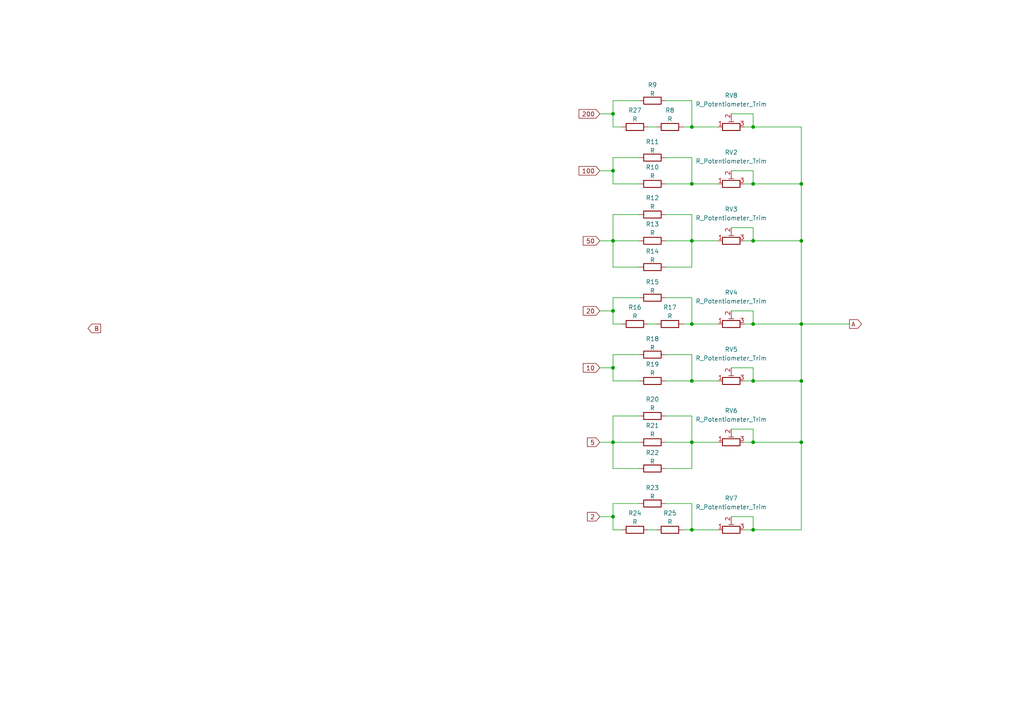
<source format=kicad_sch>
(kicad_sch (version 20231120) (generator "eeschema") (generator_version "8.0")
  (paper "A4")
  (title_block (title "Preamplifier gain"))
  (lib_symbols
    (symbol "Device:R" (pin_numbers hide) (pin_names (offset 0))
      (property "Reference" "R" (at 2.032 0 90))
      (property "Value" "R" (at 0 0 90))
      (symbol "R_0_1"
        (rectangle (start -1.016 -2.54) (end 1.016 2.54) (stroke (width 0.254)))
      )
      (symbol "R_1_1"
        (pin passive line (at 0 3.81 270) (length 1.27) (name "~") (number "1"))
        (pin passive line (at 0 -3.81 90) (length 1.27) (name "~") (number "2"))
      )
    )
    (symbol "Device:R_Potentiometer_Trim" (pin_names (offset 1.016) hide)
      (property "Reference" "RV" (at -4.445 0 90))
      (property "Value" "R_Potentiometer_Trim" (at -2.54 0 90))
      (symbol "R_Potentiometer_Trim_0_1"
        (polyline (pts (xy 1.524 0.762) (xy 1.524 -0.762)))
        (polyline (pts (xy 2.54 0) (xy 1.524 0)))
        (rectangle (start 1.016 2.54) (end -1.016 -2.54) (stroke (width 0.254)))
      )
      (symbol "R_Potentiometer_Trim_1_1"
        (pin passive line (at 0 3.81 270) (length 1.27) (name "1") (number "1"))
        (pin passive line (at 3.81 0 180) (length 1.27) (name "2") (number "2"))
        (pin passive line (at 0 -3.81 90) (length 1.27) (name "3") (number "3"))
      )
    )
  )
  (junction (at 232.41 110.49))
  (junction (at 177.8 106.68))
  (junction (at 232.41 53.34))
  (junction (at 177.8 49.53))
  (junction (at 232.41 128.27))
  (junction (at 177.8 128.27))
  (junction (at 232.41 69.85))
  (junction (at 218.44 153.67))
  (junction (at 177.8 149.86))
  (junction (at 218.44 128.27))
  (junction (at 177.8 90.17))
  (junction (at 218.44 69.85))
  (junction (at 200.66 36.83))
  (junction (at 218.44 53.34))
  (junction (at 200.66 110.49))
  (junction (at 200.66 93.98))
  (junction (at 177.8 33.02))
  (junction (at 177.8 69.85))
  (junction (at 200.66 69.85))
  (junction (at 218.44 93.98))
  (junction (at 200.66 128.27))
  (junction (at 232.41 93.98))
  (junction (at 200.66 153.67))
  (junction (at 218.44 110.49))
  (junction (at 200.66 53.34))
  (junction (at 218.44 36.83))
  (wire (pts (xy 177.8 102.87) (xy 177.8 106.68)))
  (wire (pts (xy 218.44 69.85) (xy 232.41 69.85)))
  (wire (pts (xy 200.66 120.65) (xy 200.66 128.27)))
  (wire (pts (xy 200.66 153.67) (xy 200.66 146.05)))
  (wire (pts (xy 193.04 120.65) (xy 200.66 120.65)))
  (wire (pts (xy 200.66 77.47) (xy 193.04 77.47)))
  (wire (pts (xy 218.44 49.53) (xy 218.44 53.34)))
  (wire (pts (xy 177.8 110.49) (xy 185.42 110.49)))
  (wire (pts (xy 173.99 49.53) (xy 177.8 49.53)))
  (wire (pts (xy 200.66 93.98) (xy 208.28 93.98)))
  (wire (pts (xy 200.66 36.83) (xy 200.66 29.21)))
  (wire (pts (xy 173.99 90.17) (xy 177.8 90.17)))
  (wire (pts (xy 185.42 102.87) (xy 177.8 102.87)))
  (wire (pts (xy 200.66 53.34) (xy 208.28 53.34)))
  (wire (pts (xy 185.42 120.65) (xy 177.8 120.65)))
  (wire (pts (xy 173.99 128.27) (xy 177.8 128.27)))
  (wire (pts (xy 177.8 90.17) (xy 177.8 93.98)))
  (wire (pts (xy 177.8 77.47) (xy 185.42 77.47)))
  (wire (pts (xy 185.42 45.72) (xy 177.8 45.72)))
  (wire (pts (xy 232.41 36.83) (xy 232.41 53.34)))
  (wire (pts (xy 177.8 93.98) (xy 180.34 93.98)))
  (wire (pts (xy 200.66 102.87) (xy 200.66 110.49)))
  (wire (pts (xy 218.44 33.02) (xy 218.44 36.83)))
  (wire (pts (xy 177.8 62.23) (xy 177.8 69.85)))
  (wire (pts (xy 232.41 53.34) (xy 232.41 69.85)))
  (wire (pts (xy 193.04 62.23) (xy 200.66 62.23)))
  (wire (pts (xy 187.96 93.98) (xy 190.5 93.98)))
  (wire (pts (xy 177.8 69.85) (xy 185.42 69.85)))
  (wire (pts (xy 177.8 86.36) (xy 177.8 90.17)))
  (wire (pts (xy 193.04 128.27) (xy 200.66 128.27)))
  (wire (pts (xy 232.41 93.98) (xy 246.38 93.98)))
  (wire (pts (xy 185.42 62.23) (xy 177.8 62.23)))
  (wire (pts (xy 200.66 69.85) (xy 208.28 69.85)))
  (wire (pts (xy 193.04 102.87) (xy 200.66 102.87)))
  (wire (pts (xy 218.44 149.86) (xy 218.44 153.67)))
  (wire (pts (xy 212.09 149.86) (xy 218.44 149.86)))
  (wire (pts (xy 218.44 110.49) (xy 215.9 110.49)))
  (wire (pts (xy 232.41 93.98) (xy 232.41 110.49)))
  (wire (pts (xy 193.04 69.85) (xy 200.66 69.85)))
  (wire (pts (xy 173.99 106.68) (xy 177.8 106.68)))
  (wire (pts (xy 200.66 62.23) (xy 200.66 69.85)))
  (wire (pts (xy 177.8 146.05) (xy 177.8 149.86)))
  (wire (pts (xy 218.44 110.49) (xy 232.41 110.49)))
  (wire (pts (xy 218.44 93.98) (xy 232.41 93.98)))
  (wire (pts (xy 218.44 53.34) (xy 215.9 53.34)))
  (wire (pts (xy 200.66 135.89) (xy 193.04 135.89)))
  (wire (pts (xy 177.8 149.86) (xy 177.8 153.67)))
  (wire (pts (xy 232.41 153.67) (xy 218.44 153.67)))
  (wire (pts (xy 232.41 69.85) (xy 232.41 93.98)))
  (wire (pts (xy 177.8 69.85) (xy 177.8 77.47)))
  (wire (pts (xy 177.8 33.02) (xy 177.8 36.83)))
  (wire (pts (xy 198.12 153.67) (xy 200.66 153.67)))
  (wire (pts (xy 177.8 120.65) (xy 177.8 128.27)))
  (wire (pts (xy 173.99 149.86) (xy 177.8 149.86)))
  (wire (pts (xy 200.66 146.05) (xy 193.04 146.05)))
  (wire (pts (xy 200.66 86.36) (xy 193.04 86.36)))
  (wire (pts (xy 212.09 90.17) (xy 218.44 90.17)))
  (wire (pts (xy 212.09 66.04) (xy 218.44 66.04)))
  (wire (pts (xy 218.44 128.27) (xy 232.41 128.27)))
  (wire (pts (xy 218.44 153.67) (xy 215.9 153.67)))
  (wire (pts (xy 177.8 53.34) (xy 185.42 53.34)))
  (wire (pts (xy 218.44 93.98) (xy 215.9 93.98)))
  (wire (pts (xy 218.44 106.68) (xy 218.44 110.49)))
  (wire (pts (xy 218.44 128.27) (xy 218.44 124.46)))
  (wire (pts (xy 218.44 53.34) (xy 232.41 53.34)))
  (wire (pts (xy 200.66 93.98) (xy 200.66 86.36)))
  (wire (pts (xy 185.42 146.05) (xy 177.8 146.05)))
  (wire (pts (xy 177.8 153.67) (xy 180.34 153.67)))
  (wire (pts (xy 212.09 33.02) (xy 218.44 33.02)))
  (wire (pts (xy 173.99 33.02) (xy 177.8 33.02)))
  (wire (pts (xy 200.66 110.49) (xy 208.28 110.49)))
  (wire (pts (xy 212.09 106.68) (xy 218.44 106.68)))
  (wire (pts (xy 177.8 106.68) (xy 177.8 110.49)))
  (wire (pts (xy 200.66 45.72) (xy 200.66 53.34)))
  (wire (pts (xy 187.96 153.67) (xy 190.5 153.67)))
  (wire (pts (xy 193.04 45.72) (xy 200.66 45.72)))
  (wire (pts (xy 218.44 90.17) (xy 218.44 93.98)))
  (wire (pts (xy 177.8 49.53) (xy 177.8 53.34)))
  (wire (pts (xy 177.8 128.27) (xy 185.42 128.27)))
  (wire (pts (xy 232.41 110.49) (xy 232.41 128.27)))
  (wire (pts (xy 185.42 29.21) (xy 177.8 29.21)))
  (wire (pts (xy 177.8 45.72) (xy 177.8 49.53)))
  (wire (pts (xy 218.44 69.85) (xy 218.44 66.04)))
  (wire (pts (xy 173.99 69.85) (xy 177.8 69.85)))
  (wire (pts (xy 200.66 110.49) (xy 193.04 110.49)))
  (wire (pts (xy 218.44 36.83) (xy 215.9 36.83)))
  (wire (pts (xy 185.42 86.36) (xy 177.8 86.36)))
  (wire (pts (xy 177.8 128.27) (xy 177.8 135.89)))
  (wire (pts (xy 200.66 128.27) (xy 200.66 135.89)))
  (wire (pts (xy 200.66 128.27) (xy 208.28 128.27)))
  (wire (pts (xy 200.66 36.83) (xy 208.28 36.83)))
  (wire (pts (xy 218.44 36.83) (xy 232.41 36.83)))
  (wire (pts (xy 232.41 128.27) (xy 232.41 153.67)))
  (wire (pts (xy 198.12 36.83) (xy 200.66 36.83)))
  (wire (pts (xy 200.66 153.67) (xy 208.28 153.67)))
  (wire (pts (xy 212.09 124.46) (xy 218.44 124.46)))
  (wire (pts (xy 177.8 29.21) (xy 177.8 33.02)))
  (wire (pts (xy 200.66 29.21) (xy 193.04 29.21)))
  (wire (pts (xy 215.9 128.27) (xy 218.44 128.27)))
  (wire (pts (xy 212.09 49.53) (xy 218.44 49.53)))
  (wire (pts (xy 200.66 69.85) (xy 200.66 77.47)))
  (wire (pts (xy 177.8 36.83) (xy 180.34 36.83)))
  (wire (pts (xy 177.8 135.89) (xy 185.42 135.89)))
  (wire (pts (xy 215.9 69.85) (xy 218.44 69.85)))
  (wire (pts (xy 187.96 36.83) (xy 190.5 36.83)))
  (wire (pts (xy 198.12 93.98) (xy 200.66 93.98)))
  (wire (pts (xy 200.66 53.34) (xy 193.04 53.34)))
  (global_label "A" (shape output) (at 246.38 93.98 0) (property "Intersheetrefs" "${INTERSHEET_REFS}" (effects (hide yes))))
  (global_label "20" (shape input) (at 173.99 90.17 180) (property "Intersheetrefs" "${INTERSHEET_REFS}" (effects (hide yes))))
  (global_label "200" (shape input) (at 173.99 33.02 180) (property "Intersheetrefs" "${INTERSHEET_REFS}" (effects (hide yes))))
  (global_label "B" (shape output) (at 29.21 95.25 180) (property "Intersheetrefs" "${INTERSHEET_REFS}" (effects (hide yes))))
  (global_label "50" (shape input) (at 173.99 69.85 180) (property "Intersheetrefs" "${INTERSHEET_REFS}" (effects (hide yes))))
  (global_label "2" (shape input) (at 173.99 149.86 180) (property "Intersheetrefs" "${INTERSHEET_REFS}" (effects (hide yes))))
  (global_label "100" (shape input) (at 173.99 49.53 180) (property "Intersheetrefs" "${INTERSHEET_REFS}" (effects (hide yes))))
  (global_label "10" (shape input) (at 173.99 106.68 180) (property "Intersheetrefs" "${INTERSHEET_REFS}" (effects (hide yes))))
  (global_label "5" (shape input) (at 173.99 128.27 180) (property "Intersheetrefs" "${INTERSHEET_REFS}" (effects (hide yes))))
  (symbol (lib_id "Device:R") (at 189.23 29.21 90) (unit 1)
    (property "Reference" "R9" (at 189.23 24.638 90))
    (property "Value" "R" (at 189.23 27.178 90))
    (property "Description" "Resistor" (effects (hide yes)))
  )
  (symbol (lib_id "Device:R") (at 184.15 93.98 90) (unit 1)
    (property "Reference" "R16" (at 184.15 89.154 90))
    (property "Value" "R" (at 184.15 91.694 90))
    (property "Description" "Resistor" (effects (hide yes)))
  )
  (symbol (lib_id "Device:R") (at 189.23 69.85 90) (unit 1)
    (property "Reference" "R13" (at 189.23 65.024 90))
    (property "Value" "R" (at 189.23 67.564 90))
    (property "Description" "Resistor" (effects (hide yes)))
  )
  (symbol (lib_id "Device:R") (at 189.23 110.49 90) (unit 1)
    (property "Reference" "R19" (at 189.23 105.664 90))
    (property "Value" "R" (at 189.23 108.204 90))
    (property "Description" "Resistor" (effects (hide yes)))
  )
  (symbol (lib_id "Device:R") (at 189.23 53.34 90) (unit 1)
    (property "Reference" "R10" (at 189.23 48.514 90))
    (property "Value" "R" (at 189.23 51.054 90))
    (property "Description" "Resistor" (effects (hide yes)))
  )
  (symbol (lib_id "Device:R_Potentiometer_Trim") (at 212.09 110.49 90) (unit 1)
    (property "Reference" "RV5" (at 212.09 101.346 90))
    (property "Value" "R_Potentiometer_Trim" (at 212.09 103.886 90))
    (property "Description" "Trim-potentiometer" (effects (hide yes)))
  )
  (symbol (lib_id "Device:R_Potentiometer_Trim") (at 212.09 36.83 90) (unit 1)
    (property "Reference" "RV8" (at 212.09 27.686 90))
    (property "Value" "R_Potentiometer_Trim" (at 212.09 30.226 90))
    (property "Description" "Trim-potentiometer" (effects (hide yes)))
  )
  (symbol (lib_id "Device:R") (at 194.31 36.83 90) (unit 1)
    (property "Reference" "R8" (at 194.31 32.004 90))
    (property "Value" "R" (at 194.31 34.544 90))
    (property "Description" "Resistor" (effects (hide yes)))
  )
  (symbol (lib_id "Device:R_Potentiometer_Trim") (at 212.09 128.27 90) (unit 1)
    (property "Reference" "RV6" (at 212.09 119.126 90))
    (property "Value" "R_Potentiometer_Trim" (at 212.09 121.666 90))
    (property "Description" "Trim-potentiometer" (effects (hide yes)))
  )
  (symbol (lib_id "Device:R") (at 189.23 135.89 90) (unit 1)
    (property "Reference" "R22" (at 189.23 131.318 90))
    (property "Value" "R" (at 189.23 133.858 90))
    (property "Description" "Resistor" (effects (hide yes)))
  )
  (symbol (lib_id "Device:R_Potentiometer_Trim") (at 212.09 53.34 90) (unit 1)
    (property "Reference" "RV2" (at 212.09 44.196 90))
    (property "Value" "R_Potentiometer_Trim" (at 212.09 46.736 90))
    (property "Description" "Trim-potentiometer" (effects (hide yes)))
  )
  (symbol (lib_id "Device:R") (at 194.31 153.67 90) (unit 1)
    (property "Reference" "R25" (at 194.31 148.844 90))
    (property "Value" "R" (at 194.31 151.384 90))
    (property "Description" "Resistor" (effects (hide yes)))
  )
  (symbol (lib_id "Device:R") (at 189.23 102.87 90) (unit 1)
    (property "Reference" "R18" (at 189.23 98.298 90))
    (property "Value" "R" (at 189.23 100.838 90))
    (property "Description" "Resistor" (effects (hide yes)))
  )
  (symbol (lib_id "Device:R") (at 184.15 36.83 90) (unit 1)
    (property "Reference" "R27" (at 184.15 32.004 90))
    (property "Value" "R" (at 184.15 34.544 90))
    (property "Description" "Resistor" (effects (hide yes)))
  )
  (symbol (lib_id "Device:R_Potentiometer_Trim") (at 212.09 93.98 90) (unit 1)
    (property "Reference" "RV4" (at 212.09 84.836 90))
    (property "Value" "R_Potentiometer_Trim" (at 212.09 87.376 90))
    (property "Description" "Trim-potentiometer" (effects (hide yes)))
  )
  (symbol (lib_id "Device:R") (at 189.23 45.72 90) (unit 1)
    (property "Reference" "R11" (at 189.23 41.148 90))
    (property "Value" "R" (at 189.23 43.688 90))
    (property "Description" "Resistor" (effects (hide yes)))
  )
  (symbol (lib_id "Device:R") (at 189.23 62.23 90) (unit 1)
    (property "Reference" "R12" (at 189.23 57.404 90))
    (property "Value" "R" (at 189.23 59.944 90))
    (property "Description" "Resistor" (effects (hide yes)))
  )
  (symbol (lib_id "Device:R") (at 184.15 153.67 90) (unit 1)
    (property "Reference" "R24" (at 184.15 148.844 90))
    (property "Value" "R" (at 184.15 151.384 90))
    (property "Description" "Resistor" (effects (hide yes)))
  )
  (symbol (lib_id "Device:R") (at 194.31 93.98 90) (unit 1)
    (property "Reference" "R17" (at 194.31 89.154 90))
    (property "Value" "R" (at 194.31 91.694 90))
    (property "Description" "Resistor" (effects (hide yes)))
  )
  (symbol (lib_id "Device:R") (at 189.23 77.47 90) (unit 1)
    (property "Reference" "R14" (at 189.23 72.898 90))
    (property "Value" "R" (at 189.23 75.438 90))
    (property "Description" "Resistor" (effects (hide yes)))
  )
  (symbol (lib_id "Device:R_Potentiometer_Trim") (at 212.09 69.85 90) (unit 1)
    (property "Reference" "RV3" (at 212.09 60.706 90))
    (property "Value" "R_Potentiometer_Trim" (at 212.09 63.246 90))
    (property "Description" "Trim-potentiometer" (effects (hide yes)))
  )
  (symbol (lib_id "Device:R") (at 189.23 86.36 90) (unit 1)
    (property "Reference" "R15" (at 189.23 81.788 90))
    (property "Value" "R" (at 189.23 84.328 90))
    (property "Description" "Resistor" (effects (hide yes)))
  )
  (symbol (lib_id "Device:R") (at 189.23 128.27 90) (unit 1)
    (property "Reference" "R21" (at 189.23 123.444 90))
    (property "Value" "R" (at 189.23 125.984 90))
    (property "Description" "Resistor" (effects (hide yes)))
  )
  (symbol (lib_id "Device:R") (at 189.23 120.65 90) (unit 1)
    (property "Reference" "R20" (at 189.23 115.824 90))
    (property "Value" "R" (at 189.23 118.364 90))
    (property "Description" "Resistor" (effects (hide yes)))
  )
  (symbol (lib_id "Device:R_Potentiometer_Trim") (at 212.09 153.67 90) (unit 1)
    (property "Reference" "RV7" (at 212.09 144.526 90))
    (property "Value" "R_Potentiometer_Trim" (at 212.09 147.066 90))
    (property "Description" "Trim-potentiometer" (effects (hide yes)))
  )
  (symbol (lib_id "Device:R") (at 189.23 146.05 90) (unit 1)
    (property "Reference" "R23" (at 189.23 141.478 90))
    (property "Value" "R" (at 189.23 144.018 90))
    (property "Description" "Resistor" (effects (hide yes)))
  )
)
</source>
